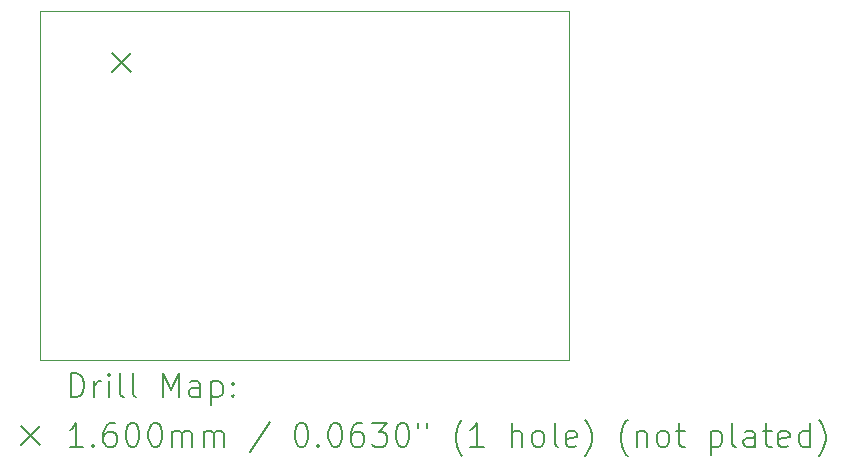
<source format=gbr>
%TF.GenerationSoftware,KiCad,Pcbnew,9.0.3*%
%TF.CreationDate,2025-10-14T12:27:32+02:00*%
%TF.ProjectId,TEST_JLC_PCB,54455354-5f4a-44c4-935f-5043422e6b69,rev?*%
%TF.SameCoordinates,Original*%
%TF.FileFunction,Drillmap*%
%TF.FilePolarity,Positive*%
%FSLAX45Y45*%
G04 Gerber Fmt 4.5, Leading zero omitted, Abs format (unit mm)*
G04 Created by KiCad (PCBNEW 9.0.3) date 2025-10-14 12:27:32*
%MOMM*%
%LPD*%
G01*
G04 APERTURE LIST*
%ADD10C,0.050000*%
%ADD11C,0.200000*%
%ADD12C,0.160000*%
G04 APERTURE END LIST*
D10*
X9236000Y-5060000D02*
X13712000Y-5060000D01*
X13712000Y-8012000D01*
X9236000Y-8012000D01*
X9236000Y-5060000D01*
D11*
D12*
X9843000Y-5410000D02*
X10003000Y-5570000D01*
X10003000Y-5410000D02*
X9843000Y-5570000D01*
D11*
X9494277Y-8325984D02*
X9494277Y-8125984D01*
X9494277Y-8125984D02*
X9541896Y-8125984D01*
X9541896Y-8125984D02*
X9570467Y-8135508D01*
X9570467Y-8135508D02*
X9589515Y-8154555D01*
X9589515Y-8154555D02*
X9599039Y-8173603D01*
X9599039Y-8173603D02*
X9608563Y-8211698D01*
X9608563Y-8211698D02*
X9608563Y-8240269D01*
X9608563Y-8240269D02*
X9599039Y-8278365D01*
X9599039Y-8278365D02*
X9589515Y-8297412D01*
X9589515Y-8297412D02*
X9570467Y-8316460D01*
X9570467Y-8316460D02*
X9541896Y-8325984D01*
X9541896Y-8325984D02*
X9494277Y-8325984D01*
X9694277Y-8325984D02*
X9694277Y-8192650D01*
X9694277Y-8230746D02*
X9703801Y-8211698D01*
X9703801Y-8211698D02*
X9713324Y-8202174D01*
X9713324Y-8202174D02*
X9732372Y-8192650D01*
X9732372Y-8192650D02*
X9751420Y-8192650D01*
X9818086Y-8325984D02*
X9818086Y-8192650D01*
X9818086Y-8125984D02*
X9808563Y-8135508D01*
X9808563Y-8135508D02*
X9818086Y-8145031D01*
X9818086Y-8145031D02*
X9827610Y-8135508D01*
X9827610Y-8135508D02*
X9818086Y-8125984D01*
X9818086Y-8125984D02*
X9818086Y-8145031D01*
X9941896Y-8325984D02*
X9922848Y-8316460D01*
X9922848Y-8316460D02*
X9913324Y-8297412D01*
X9913324Y-8297412D02*
X9913324Y-8125984D01*
X10046658Y-8325984D02*
X10027610Y-8316460D01*
X10027610Y-8316460D02*
X10018086Y-8297412D01*
X10018086Y-8297412D02*
X10018086Y-8125984D01*
X10275229Y-8325984D02*
X10275229Y-8125984D01*
X10275229Y-8125984D02*
X10341896Y-8268841D01*
X10341896Y-8268841D02*
X10408563Y-8125984D01*
X10408563Y-8125984D02*
X10408563Y-8325984D01*
X10589515Y-8325984D02*
X10589515Y-8221222D01*
X10589515Y-8221222D02*
X10579991Y-8202174D01*
X10579991Y-8202174D02*
X10560944Y-8192650D01*
X10560944Y-8192650D02*
X10522848Y-8192650D01*
X10522848Y-8192650D02*
X10503801Y-8202174D01*
X10589515Y-8316460D02*
X10570467Y-8325984D01*
X10570467Y-8325984D02*
X10522848Y-8325984D01*
X10522848Y-8325984D02*
X10503801Y-8316460D01*
X10503801Y-8316460D02*
X10494277Y-8297412D01*
X10494277Y-8297412D02*
X10494277Y-8278365D01*
X10494277Y-8278365D02*
X10503801Y-8259317D01*
X10503801Y-8259317D02*
X10522848Y-8249793D01*
X10522848Y-8249793D02*
X10570467Y-8249793D01*
X10570467Y-8249793D02*
X10589515Y-8240269D01*
X10684753Y-8192650D02*
X10684753Y-8392650D01*
X10684753Y-8202174D02*
X10703801Y-8192650D01*
X10703801Y-8192650D02*
X10741896Y-8192650D01*
X10741896Y-8192650D02*
X10760944Y-8202174D01*
X10760944Y-8202174D02*
X10770467Y-8211698D01*
X10770467Y-8211698D02*
X10779991Y-8230746D01*
X10779991Y-8230746D02*
X10779991Y-8287888D01*
X10779991Y-8287888D02*
X10770467Y-8306936D01*
X10770467Y-8306936D02*
X10760944Y-8316460D01*
X10760944Y-8316460D02*
X10741896Y-8325984D01*
X10741896Y-8325984D02*
X10703801Y-8325984D01*
X10703801Y-8325984D02*
X10684753Y-8316460D01*
X10865705Y-8306936D02*
X10875229Y-8316460D01*
X10875229Y-8316460D02*
X10865705Y-8325984D01*
X10865705Y-8325984D02*
X10856182Y-8316460D01*
X10856182Y-8316460D02*
X10865705Y-8306936D01*
X10865705Y-8306936D02*
X10865705Y-8325984D01*
X10865705Y-8202174D02*
X10875229Y-8211698D01*
X10875229Y-8211698D02*
X10865705Y-8221222D01*
X10865705Y-8221222D02*
X10856182Y-8211698D01*
X10856182Y-8211698D02*
X10865705Y-8202174D01*
X10865705Y-8202174D02*
X10865705Y-8221222D01*
D12*
X9073500Y-8574500D02*
X9233500Y-8734500D01*
X9233500Y-8574500D02*
X9073500Y-8734500D01*
D11*
X9599039Y-8745984D02*
X9484753Y-8745984D01*
X9541896Y-8745984D02*
X9541896Y-8545984D01*
X9541896Y-8545984D02*
X9522848Y-8574555D01*
X9522848Y-8574555D02*
X9503801Y-8593603D01*
X9503801Y-8593603D02*
X9484753Y-8603127D01*
X9684753Y-8726936D02*
X9694277Y-8736460D01*
X9694277Y-8736460D02*
X9684753Y-8745984D01*
X9684753Y-8745984D02*
X9675229Y-8736460D01*
X9675229Y-8736460D02*
X9684753Y-8726936D01*
X9684753Y-8726936D02*
X9684753Y-8745984D01*
X9865705Y-8545984D02*
X9827610Y-8545984D01*
X9827610Y-8545984D02*
X9808563Y-8555508D01*
X9808563Y-8555508D02*
X9799039Y-8565031D01*
X9799039Y-8565031D02*
X9779991Y-8593603D01*
X9779991Y-8593603D02*
X9770467Y-8631698D01*
X9770467Y-8631698D02*
X9770467Y-8707889D01*
X9770467Y-8707889D02*
X9779991Y-8726936D01*
X9779991Y-8726936D02*
X9789515Y-8736460D01*
X9789515Y-8736460D02*
X9808563Y-8745984D01*
X9808563Y-8745984D02*
X9846658Y-8745984D01*
X9846658Y-8745984D02*
X9865705Y-8736460D01*
X9865705Y-8736460D02*
X9875229Y-8726936D01*
X9875229Y-8726936D02*
X9884753Y-8707889D01*
X9884753Y-8707889D02*
X9884753Y-8660270D01*
X9884753Y-8660270D02*
X9875229Y-8641222D01*
X9875229Y-8641222D02*
X9865705Y-8631698D01*
X9865705Y-8631698D02*
X9846658Y-8622174D01*
X9846658Y-8622174D02*
X9808563Y-8622174D01*
X9808563Y-8622174D02*
X9789515Y-8631698D01*
X9789515Y-8631698D02*
X9779991Y-8641222D01*
X9779991Y-8641222D02*
X9770467Y-8660270D01*
X10008563Y-8545984D02*
X10027610Y-8545984D01*
X10027610Y-8545984D02*
X10046658Y-8555508D01*
X10046658Y-8555508D02*
X10056182Y-8565031D01*
X10056182Y-8565031D02*
X10065705Y-8584079D01*
X10065705Y-8584079D02*
X10075229Y-8622174D01*
X10075229Y-8622174D02*
X10075229Y-8669793D01*
X10075229Y-8669793D02*
X10065705Y-8707889D01*
X10065705Y-8707889D02*
X10056182Y-8726936D01*
X10056182Y-8726936D02*
X10046658Y-8736460D01*
X10046658Y-8736460D02*
X10027610Y-8745984D01*
X10027610Y-8745984D02*
X10008563Y-8745984D01*
X10008563Y-8745984D02*
X9989515Y-8736460D01*
X9989515Y-8736460D02*
X9979991Y-8726936D01*
X9979991Y-8726936D02*
X9970467Y-8707889D01*
X9970467Y-8707889D02*
X9960944Y-8669793D01*
X9960944Y-8669793D02*
X9960944Y-8622174D01*
X9960944Y-8622174D02*
X9970467Y-8584079D01*
X9970467Y-8584079D02*
X9979991Y-8565031D01*
X9979991Y-8565031D02*
X9989515Y-8555508D01*
X9989515Y-8555508D02*
X10008563Y-8545984D01*
X10199039Y-8545984D02*
X10218086Y-8545984D01*
X10218086Y-8545984D02*
X10237134Y-8555508D01*
X10237134Y-8555508D02*
X10246658Y-8565031D01*
X10246658Y-8565031D02*
X10256182Y-8584079D01*
X10256182Y-8584079D02*
X10265705Y-8622174D01*
X10265705Y-8622174D02*
X10265705Y-8669793D01*
X10265705Y-8669793D02*
X10256182Y-8707889D01*
X10256182Y-8707889D02*
X10246658Y-8726936D01*
X10246658Y-8726936D02*
X10237134Y-8736460D01*
X10237134Y-8736460D02*
X10218086Y-8745984D01*
X10218086Y-8745984D02*
X10199039Y-8745984D01*
X10199039Y-8745984D02*
X10179991Y-8736460D01*
X10179991Y-8736460D02*
X10170467Y-8726936D01*
X10170467Y-8726936D02*
X10160944Y-8707889D01*
X10160944Y-8707889D02*
X10151420Y-8669793D01*
X10151420Y-8669793D02*
X10151420Y-8622174D01*
X10151420Y-8622174D02*
X10160944Y-8584079D01*
X10160944Y-8584079D02*
X10170467Y-8565031D01*
X10170467Y-8565031D02*
X10179991Y-8555508D01*
X10179991Y-8555508D02*
X10199039Y-8545984D01*
X10351420Y-8745984D02*
X10351420Y-8612650D01*
X10351420Y-8631698D02*
X10360944Y-8622174D01*
X10360944Y-8622174D02*
X10379991Y-8612650D01*
X10379991Y-8612650D02*
X10408563Y-8612650D01*
X10408563Y-8612650D02*
X10427610Y-8622174D01*
X10427610Y-8622174D02*
X10437134Y-8641222D01*
X10437134Y-8641222D02*
X10437134Y-8745984D01*
X10437134Y-8641222D02*
X10446658Y-8622174D01*
X10446658Y-8622174D02*
X10465705Y-8612650D01*
X10465705Y-8612650D02*
X10494277Y-8612650D01*
X10494277Y-8612650D02*
X10513325Y-8622174D01*
X10513325Y-8622174D02*
X10522848Y-8641222D01*
X10522848Y-8641222D02*
X10522848Y-8745984D01*
X10618086Y-8745984D02*
X10618086Y-8612650D01*
X10618086Y-8631698D02*
X10627610Y-8622174D01*
X10627610Y-8622174D02*
X10646658Y-8612650D01*
X10646658Y-8612650D02*
X10675229Y-8612650D01*
X10675229Y-8612650D02*
X10694277Y-8622174D01*
X10694277Y-8622174D02*
X10703801Y-8641222D01*
X10703801Y-8641222D02*
X10703801Y-8745984D01*
X10703801Y-8641222D02*
X10713325Y-8622174D01*
X10713325Y-8622174D02*
X10732372Y-8612650D01*
X10732372Y-8612650D02*
X10760944Y-8612650D01*
X10760944Y-8612650D02*
X10779991Y-8622174D01*
X10779991Y-8622174D02*
X10789515Y-8641222D01*
X10789515Y-8641222D02*
X10789515Y-8745984D01*
X11179991Y-8536460D02*
X11008563Y-8793603D01*
X11437134Y-8545984D02*
X11456182Y-8545984D01*
X11456182Y-8545984D02*
X11475229Y-8555508D01*
X11475229Y-8555508D02*
X11484753Y-8565031D01*
X11484753Y-8565031D02*
X11494277Y-8584079D01*
X11494277Y-8584079D02*
X11503801Y-8622174D01*
X11503801Y-8622174D02*
X11503801Y-8669793D01*
X11503801Y-8669793D02*
X11494277Y-8707889D01*
X11494277Y-8707889D02*
X11484753Y-8726936D01*
X11484753Y-8726936D02*
X11475229Y-8736460D01*
X11475229Y-8736460D02*
X11456182Y-8745984D01*
X11456182Y-8745984D02*
X11437134Y-8745984D01*
X11437134Y-8745984D02*
X11418086Y-8736460D01*
X11418086Y-8736460D02*
X11408563Y-8726936D01*
X11408563Y-8726936D02*
X11399039Y-8707889D01*
X11399039Y-8707889D02*
X11389515Y-8669793D01*
X11389515Y-8669793D02*
X11389515Y-8622174D01*
X11389515Y-8622174D02*
X11399039Y-8584079D01*
X11399039Y-8584079D02*
X11408563Y-8565031D01*
X11408563Y-8565031D02*
X11418086Y-8555508D01*
X11418086Y-8555508D02*
X11437134Y-8545984D01*
X11589515Y-8726936D02*
X11599039Y-8736460D01*
X11599039Y-8736460D02*
X11589515Y-8745984D01*
X11589515Y-8745984D02*
X11579991Y-8736460D01*
X11579991Y-8736460D02*
X11589515Y-8726936D01*
X11589515Y-8726936D02*
X11589515Y-8745984D01*
X11722848Y-8545984D02*
X11741896Y-8545984D01*
X11741896Y-8545984D02*
X11760944Y-8555508D01*
X11760944Y-8555508D02*
X11770467Y-8565031D01*
X11770467Y-8565031D02*
X11779991Y-8584079D01*
X11779991Y-8584079D02*
X11789515Y-8622174D01*
X11789515Y-8622174D02*
X11789515Y-8669793D01*
X11789515Y-8669793D02*
X11779991Y-8707889D01*
X11779991Y-8707889D02*
X11770467Y-8726936D01*
X11770467Y-8726936D02*
X11760944Y-8736460D01*
X11760944Y-8736460D02*
X11741896Y-8745984D01*
X11741896Y-8745984D02*
X11722848Y-8745984D01*
X11722848Y-8745984D02*
X11703801Y-8736460D01*
X11703801Y-8736460D02*
X11694277Y-8726936D01*
X11694277Y-8726936D02*
X11684753Y-8707889D01*
X11684753Y-8707889D02*
X11675229Y-8669793D01*
X11675229Y-8669793D02*
X11675229Y-8622174D01*
X11675229Y-8622174D02*
X11684753Y-8584079D01*
X11684753Y-8584079D02*
X11694277Y-8565031D01*
X11694277Y-8565031D02*
X11703801Y-8555508D01*
X11703801Y-8555508D02*
X11722848Y-8545984D01*
X11960944Y-8545984D02*
X11922848Y-8545984D01*
X11922848Y-8545984D02*
X11903801Y-8555508D01*
X11903801Y-8555508D02*
X11894277Y-8565031D01*
X11894277Y-8565031D02*
X11875229Y-8593603D01*
X11875229Y-8593603D02*
X11865706Y-8631698D01*
X11865706Y-8631698D02*
X11865706Y-8707889D01*
X11865706Y-8707889D02*
X11875229Y-8726936D01*
X11875229Y-8726936D02*
X11884753Y-8736460D01*
X11884753Y-8736460D02*
X11903801Y-8745984D01*
X11903801Y-8745984D02*
X11941896Y-8745984D01*
X11941896Y-8745984D02*
X11960944Y-8736460D01*
X11960944Y-8736460D02*
X11970467Y-8726936D01*
X11970467Y-8726936D02*
X11979991Y-8707889D01*
X11979991Y-8707889D02*
X11979991Y-8660270D01*
X11979991Y-8660270D02*
X11970467Y-8641222D01*
X11970467Y-8641222D02*
X11960944Y-8631698D01*
X11960944Y-8631698D02*
X11941896Y-8622174D01*
X11941896Y-8622174D02*
X11903801Y-8622174D01*
X11903801Y-8622174D02*
X11884753Y-8631698D01*
X11884753Y-8631698D02*
X11875229Y-8641222D01*
X11875229Y-8641222D02*
X11865706Y-8660270D01*
X12046658Y-8545984D02*
X12170467Y-8545984D01*
X12170467Y-8545984D02*
X12103801Y-8622174D01*
X12103801Y-8622174D02*
X12132372Y-8622174D01*
X12132372Y-8622174D02*
X12151420Y-8631698D01*
X12151420Y-8631698D02*
X12160944Y-8641222D01*
X12160944Y-8641222D02*
X12170467Y-8660270D01*
X12170467Y-8660270D02*
X12170467Y-8707889D01*
X12170467Y-8707889D02*
X12160944Y-8726936D01*
X12160944Y-8726936D02*
X12151420Y-8736460D01*
X12151420Y-8736460D02*
X12132372Y-8745984D01*
X12132372Y-8745984D02*
X12075229Y-8745984D01*
X12075229Y-8745984D02*
X12056182Y-8736460D01*
X12056182Y-8736460D02*
X12046658Y-8726936D01*
X12294277Y-8545984D02*
X12313325Y-8545984D01*
X12313325Y-8545984D02*
X12332372Y-8555508D01*
X12332372Y-8555508D02*
X12341896Y-8565031D01*
X12341896Y-8565031D02*
X12351420Y-8584079D01*
X12351420Y-8584079D02*
X12360944Y-8622174D01*
X12360944Y-8622174D02*
X12360944Y-8669793D01*
X12360944Y-8669793D02*
X12351420Y-8707889D01*
X12351420Y-8707889D02*
X12341896Y-8726936D01*
X12341896Y-8726936D02*
X12332372Y-8736460D01*
X12332372Y-8736460D02*
X12313325Y-8745984D01*
X12313325Y-8745984D02*
X12294277Y-8745984D01*
X12294277Y-8745984D02*
X12275229Y-8736460D01*
X12275229Y-8736460D02*
X12265706Y-8726936D01*
X12265706Y-8726936D02*
X12256182Y-8707889D01*
X12256182Y-8707889D02*
X12246658Y-8669793D01*
X12246658Y-8669793D02*
X12246658Y-8622174D01*
X12246658Y-8622174D02*
X12256182Y-8584079D01*
X12256182Y-8584079D02*
X12265706Y-8565031D01*
X12265706Y-8565031D02*
X12275229Y-8555508D01*
X12275229Y-8555508D02*
X12294277Y-8545984D01*
X12437134Y-8545984D02*
X12437134Y-8584079D01*
X12513325Y-8545984D02*
X12513325Y-8584079D01*
X12808563Y-8822174D02*
X12799039Y-8812650D01*
X12799039Y-8812650D02*
X12779991Y-8784079D01*
X12779991Y-8784079D02*
X12770468Y-8765031D01*
X12770468Y-8765031D02*
X12760944Y-8736460D01*
X12760944Y-8736460D02*
X12751420Y-8688841D01*
X12751420Y-8688841D02*
X12751420Y-8650746D01*
X12751420Y-8650746D02*
X12760944Y-8603127D01*
X12760944Y-8603127D02*
X12770468Y-8574555D01*
X12770468Y-8574555D02*
X12779991Y-8555508D01*
X12779991Y-8555508D02*
X12799039Y-8526936D01*
X12799039Y-8526936D02*
X12808563Y-8517412D01*
X12989515Y-8745984D02*
X12875229Y-8745984D01*
X12932372Y-8745984D02*
X12932372Y-8545984D01*
X12932372Y-8545984D02*
X12913325Y-8574555D01*
X12913325Y-8574555D02*
X12894277Y-8593603D01*
X12894277Y-8593603D02*
X12875229Y-8603127D01*
X13227610Y-8745984D02*
X13227610Y-8545984D01*
X13313325Y-8745984D02*
X13313325Y-8641222D01*
X13313325Y-8641222D02*
X13303801Y-8622174D01*
X13303801Y-8622174D02*
X13284753Y-8612650D01*
X13284753Y-8612650D02*
X13256182Y-8612650D01*
X13256182Y-8612650D02*
X13237134Y-8622174D01*
X13237134Y-8622174D02*
X13227610Y-8631698D01*
X13437134Y-8745984D02*
X13418087Y-8736460D01*
X13418087Y-8736460D02*
X13408563Y-8726936D01*
X13408563Y-8726936D02*
X13399039Y-8707889D01*
X13399039Y-8707889D02*
X13399039Y-8650746D01*
X13399039Y-8650746D02*
X13408563Y-8631698D01*
X13408563Y-8631698D02*
X13418087Y-8622174D01*
X13418087Y-8622174D02*
X13437134Y-8612650D01*
X13437134Y-8612650D02*
X13465706Y-8612650D01*
X13465706Y-8612650D02*
X13484753Y-8622174D01*
X13484753Y-8622174D02*
X13494277Y-8631698D01*
X13494277Y-8631698D02*
X13503801Y-8650746D01*
X13503801Y-8650746D02*
X13503801Y-8707889D01*
X13503801Y-8707889D02*
X13494277Y-8726936D01*
X13494277Y-8726936D02*
X13484753Y-8736460D01*
X13484753Y-8736460D02*
X13465706Y-8745984D01*
X13465706Y-8745984D02*
X13437134Y-8745984D01*
X13618087Y-8745984D02*
X13599039Y-8736460D01*
X13599039Y-8736460D02*
X13589515Y-8717412D01*
X13589515Y-8717412D02*
X13589515Y-8545984D01*
X13770468Y-8736460D02*
X13751420Y-8745984D01*
X13751420Y-8745984D02*
X13713325Y-8745984D01*
X13713325Y-8745984D02*
X13694277Y-8736460D01*
X13694277Y-8736460D02*
X13684753Y-8717412D01*
X13684753Y-8717412D02*
X13684753Y-8641222D01*
X13684753Y-8641222D02*
X13694277Y-8622174D01*
X13694277Y-8622174D02*
X13713325Y-8612650D01*
X13713325Y-8612650D02*
X13751420Y-8612650D01*
X13751420Y-8612650D02*
X13770468Y-8622174D01*
X13770468Y-8622174D02*
X13779991Y-8641222D01*
X13779991Y-8641222D02*
X13779991Y-8660270D01*
X13779991Y-8660270D02*
X13684753Y-8679317D01*
X13846658Y-8822174D02*
X13856182Y-8812650D01*
X13856182Y-8812650D02*
X13875230Y-8784079D01*
X13875230Y-8784079D02*
X13884753Y-8765031D01*
X13884753Y-8765031D02*
X13894277Y-8736460D01*
X13894277Y-8736460D02*
X13903801Y-8688841D01*
X13903801Y-8688841D02*
X13903801Y-8650746D01*
X13903801Y-8650746D02*
X13894277Y-8603127D01*
X13894277Y-8603127D02*
X13884753Y-8574555D01*
X13884753Y-8574555D02*
X13875230Y-8555508D01*
X13875230Y-8555508D02*
X13856182Y-8526936D01*
X13856182Y-8526936D02*
X13846658Y-8517412D01*
X14208563Y-8822174D02*
X14199039Y-8812650D01*
X14199039Y-8812650D02*
X14179991Y-8784079D01*
X14179991Y-8784079D02*
X14170468Y-8765031D01*
X14170468Y-8765031D02*
X14160944Y-8736460D01*
X14160944Y-8736460D02*
X14151420Y-8688841D01*
X14151420Y-8688841D02*
X14151420Y-8650746D01*
X14151420Y-8650746D02*
X14160944Y-8603127D01*
X14160944Y-8603127D02*
X14170468Y-8574555D01*
X14170468Y-8574555D02*
X14179991Y-8555508D01*
X14179991Y-8555508D02*
X14199039Y-8526936D01*
X14199039Y-8526936D02*
X14208563Y-8517412D01*
X14284753Y-8612650D02*
X14284753Y-8745984D01*
X14284753Y-8631698D02*
X14294277Y-8622174D01*
X14294277Y-8622174D02*
X14313325Y-8612650D01*
X14313325Y-8612650D02*
X14341896Y-8612650D01*
X14341896Y-8612650D02*
X14360944Y-8622174D01*
X14360944Y-8622174D02*
X14370468Y-8641222D01*
X14370468Y-8641222D02*
X14370468Y-8745984D01*
X14494277Y-8745984D02*
X14475230Y-8736460D01*
X14475230Y-8736460D02*
X14465706Y-8726936D01*
X14465706Y-8726936D02*
X14456182Y-8707889D01*
X14456182Y-8707889D02*
X14456182Y-8650746D01*
X14456182Y-8650746D02*
X14465706Y-8631698D01*
X14465706Y-8631698D02*
X14475230Y-8622174D01*
X14475230Y-8622174D02*
X14494277Y-8612650D01*
X14494277Y-8612650D02*
X14522849Y-8612650D01*
X14522849Y-8612650D02*
X14541896Y-8622174D01*
X14541896Y-8622174D02*
X14551420Y-8631698D01*
X14551420Y-8631698D02*
X14560944Y-8650746D01*
X14560944Y-8650746D02*
X14560944Y-8707889D01*
X14560944Y-8707889D02*
X14551420Y-8726936D01*
X14551420Y-8726936D02*
X14541896Y-8736460D01*
X14541896Y-8736460D02*
X14522849Y-8745984D01*
X14522849Y-8745984D02*
X14494277Y-8745984D01*
X14618087Y-8612650D02*
X14694277Y-8612650D01*
X14646658Y-8545984D02*
X14646658Y-8717412D01*
X14646658Y-8717412D02*
X14656182Y-8736460D01*
X14656182Y-8736460D02*
X14675230Y-8745984D01*
X14675230Y-8745984D02*
X14694277Y-8745984D01*
X14913325Y-8612650D02*
X14913325Y-8812650D01*
X14913325Y-8622174D02*
X14932372Y-8612650D01*
X14932372Y-8612650D02*
X14970468Y-8612650D01*
X14970468Y-8612650D02*
X14989515Y-8622174D01*
X14989515Y-8622174D02*
X14999039Y-8631698D01*
X14999039Y-8631698D02*
X15008563Y-8650746D01*
X15008563Y-8650746D02*
X15008563Y-8707889D01*
X15008563Y-8707889D02*
X14999039Y-8726936D01*
X14999039Y-8726936D02*
X14989515Y-8736460D01*
X14989515Y-8736460D02*
X14970468Y-8745984D01*
X14970468Y-8745984D02*
X14932372Y-8745984D01*
X14932372Y-8745984D02*
X14913325Y-8736460D01*
X15122849Y-8745984D02*
X15103801Y-8736460D01*
X15103801Y-8736460D02*
X15094277Y-8717412D01*
X15094277Y-8717412D02*
X15094277Y-8545984D01*
X15284753Y-8745984D02*
X15284753Y-8641222D01*
X15284753Y-8641222D02*
X15275230Y-8622174D01*
X15275230Y-8622174D02*
X15256182Y-8612650D01*
X15256182Y-8612650D02*
X15218087Y-8612650D01*
X15218087Y-8612650D02*
X15199039Y-8622174D01*
X15284753Y-8736460D02*
X15265706Y-8745984D01*
X15265706Y-8745984D02*
X15218087Y-8745984D01*
X15218087Y-8745984D02*
X15199039Y-8736460D01*
X15199039Y-8736460D02*
X15189515Y-8717412D01*
X15189515Y-8717412D02*
X15189515Y-8698365D01*
X15189515Y-8698365D02*
X15199039Y-8679317D01*
X15199039Y-8679317D02*
X15218087Y-8669793D01*
X15218087Y-8669793D02*
X15265706Y-8669793D01*
X15265706Y-8669793D02*
X15284753Y-8660270D01*
X15351420Y-8612650D02*
X15427611Y-8612650D01*
X15379992Y-8545984D02*
X15379992Y-8717412D01*
X15379992Y-8717412D02*
X15389515Y-8736460D01*
X15389515Y-8736460D02*
X15408563Y-8745984D01*
X15408563Y-8745984D02*
X15427611Y-8745984D01*
X15570468Y-8736460D02*
X15551420Y-8745984D01*
X15551420Y-8745984D02*
X15513325Y-8745984D01*
X15513325Y-8745984D02*
X15494277Y-8736460D01*
X15494277Y-8736460D02*
X15484753Y-8717412D01*
X15484753Y-8717412D02*
X15484753Y-8641222D01*
X15484753Y-8641222D02*
X15494277Y-8622174D01*
X15494277Y-8622174D02*
X15513325Y-8612650D01*
X15513325Y-8612650D02*
X15551420Y-8612650D01*
X15551420Y-8612650D02*
X15570468Y-8622174D01*
X15570468Y-8622174D02*
X15579992Y-8641222D01*
X15579992Y-8641222D02*
X15579992Y-8660270D01*
X15579992Y-8660270D02*
X15484753Y-8679317D01*
X15751420Y-8745984D02*
X15751420Y-8545984D01*
X15751420Y-8736460D02*
X15732373Y-8745984D01*
X15732373Y-8745984D02*
X15694277Y-8745984D01*
X15694277Y-8745984D02*
X15675230Y-8736460D01*
X15675230Y-8736460D02*
X15665706Y-8726936D01*
X15665706Y-8726936D02*
X15656182Y-8707889D01*
X15656182Y-8707889D02*
X15656182Y-8650746D01*
X15656182Y-8650746D02*
X15665706Y-8631698D01*
X15665706Y-8631698D02*
X15675230Y-8622174D01*
X15675230Y-8622174D02*
X15694277Y-8612650D01*
X15694277Y-8612650D02*
X15732373Y-8612650D01*
X15732373Y-8612650D02*
X15751420Y-8622174D01*
X15827611Y-8822174D02*
X15837134Y-8812650D01*
X15837134Y-8812650D02*
X15856182Y-8784079D01*
X15856182Y-8784079D02*
X15865706Y-8765031D01*
X15865706Y-8765031D02*
X15875230Y-8736460D01*
X15875230Y-8736460D02*
X15884753Y-8688841D01*
X15884753Y-8688841D02*
X15884753Y-8650746D01*
X15884753Y-8650746D02*
X15875230Y-8603127D01*
X15875230Y-8603127D02*
X15865706Y-8574555D01*
X15865706Y-8574555D02*
X15856182Y-8555508D01*
X15856182Y-8555508D02*
X15837134Y-8526936D01*
X15837134Y-8526936D02*
X15827611Y-8517412D01*
M02*

</source>
